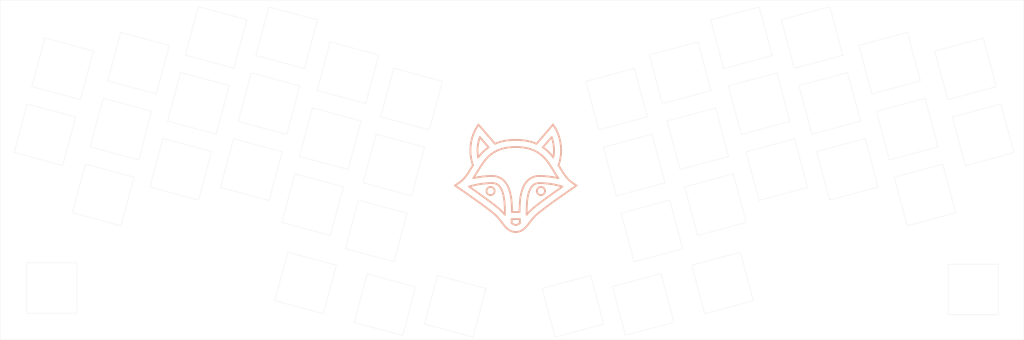
<source format=kicad_pcb>
(kicad_pcb (version 20221018) (generator pcbnew)

  (general
    (thickness 1.6)
  )

  (paper "A4")
  (layers
    (0 "F.Cu" signal)
    (31 "B.Cu" signal)
    (32 "B.Adhes" user "B.Adhesive")
    (33 "F.Adhes" user "F.Adhesive")
    (34 "B.Paste" user)
    (35 "F.Paste" user)
    (36 "B.SilkS" user "B.Silkscreen")
    (37 "F.SilkS" user "F.Silkscreen")
    (38 "B.Mask" user)
    (39 "F.Mask" user)
    (40 "Dwgs.User" user "User.Drawings")
    (41 "Cmts.User" user "User.Comments")
    (42 "Eco1.User" user "User.Eco1")
    (43 "Eco2.User" user "User.Eco2")
    (44 "Edge.Cuts" user)
    (45 "Margin" user)
    (46 "B.CrtYd" user "B.Courtyard")
    (47 "F.CrtYd" user "F.Courtyard")
    (48 "B.Fab" user)
    (49 "F.Fab" user)
  )

  (setup
    (stackup
      (layer "F.SilkS" (type "Top Silk Screen"))
      (layer "F.Paste" (type "Top Solder Paste"))
      (layer "F.Mask" (type "Top Solder Mask") (thickness 0.01))
      (layer "F.Cu" (type "copper") (thickness 0.035))
      (layer "dielectric 1" (type "core") (thickness 1.51) (material "FR4") (epsilon_r 4.5) (loss_tangent 0.02))
      (layer "B.Cu" (type "copper") (thickness 0.035))
      (layer "B.Mask" (type "Bottom Solder Mask") (thickness 0.01))
      (layer "B.Paste" (type "Bottom Solder Paste"))
      (layer "B.SilkS" (type "Bottom Silk Screen"))
      (copper_finish "None")
      (dielectric_constraints no)
    )
    (pad_to_mask_clearance 0)
    (pcbplotparams
      (layerselection 0x00010fc_ffffffff)
      (plot_on_all_layers_selection 0x0000000_00000000)
      (disableapertmacros false)
      (usegerberextensions true)
      (usegerberattributes false)
      (usegerberadvancedattributes false)
      (creategerberjobfile false)
      (dashed_line_dash_ratio 12.000000)
      (dashed_line_gap_ratio 3.000000)
      (svgprecision 6)
      (plotframeref false)
      (viasonmask false)
      (mode 1)
      (useauxorigin false)
      (hpglpennumber 1)
      (hpglpenspeed 20)
      (hpglpendiameter 15.000000)
      (dxfpolygonmode true)
      (dxfimperialunits true)
      (dxfusepcbnewfont true)
      (psnegative false)
      (psa4output false)
      (plotreference true)
      (plotvalue false)
      (plotinvisibletext false)
      (sketchpadsonfab false)
      (subtractmaskfromsilk true)
      (outputformat 1)
      (mirror false)
      (drillshape 0)
      (scaleselection 1)
      (outputdirectory "gerbers/")
    )
  )

  (net 0 "")

  (gr_line (start 135.129354 81.641491) (end 135.129354 81.641491)
    (stroke (width 0.5) (type solid)) (layer "B.SilkS") (tstamp 046b86e4-3f99-4b1b-8afc-2b7655e8b091))
  (gr_curve (pts (xy 130.037779 75.054486) (xy 130.03778 75.68717) (xy 130.544461 76.200076) (xy 131.169205 76.200065))
    (stroke (width 0.5) (type solid)) (layer "B.SilkS") (tstamp 14c9c5e0-cf46-42b2-82a4-1fc9dad67ea0))
  (gr_line (start 155.114922 73.520436) (end 153.881372 72.708561)
    (stroke (width 0.5) (type solid)) (layer "B.SilkS") (tstamp 1d23c79a-356b-440d-9928-a8b6c266b834))
  (gr_curve (pts (xy 144.727975 70.862631) (xy 143.395935 70.862618) (xy 142.276869 71.323535) (xy 141.401961 72.232575))
    (stroke (width 0.5) (type solid)) (layer "B.SilkS") (tstamp 1efab745-4ea2-4503-bd05-3123a3de84ef))
  (gr_curve (pts (xy 145.194569 76.200068) (xy 145.818457 76.200056) (xy 146.325207 75.687171) (xy 146.325194 75.054484))
    (stroke (width 0.5) (type solid)) (layer "B.SilkS") (tstamp 201da9bb-18a8-4628-9f72-99fe7bd0fa03))
  (gr_line (start 122.48159 72.695211) (end 121.248164 73.507147)
    (stroke (width 0.5) (type solid)) (layer "B.SilkS") (tstamp 24c3ed88-b44c-461f-a72a-c41465279cde))
  (gr_curve (pts (xy 150.451905 68.483422) (xy 150.33119 68.285181) (xy 150.209941 68.086356) (xy 150.087437 67.887255))
    (stroke (width 0.5) (type solid)) (layer "B.SilkS") (tstamp 2c888038-917e-41df-b5eb-b211b97604f8))
  (gr_curve (pts (xy 138.181519 60.818378) (xy 135.961794 60.818384) (xy 134.045812 61.173259) (xy 132.390389 61.896169))
    (stroke (width 0.5) (type solid)) (layer "B.SilkS") (tstamp 2ecc83c5-7c71-4e10-83c8-795f7b03e775))
  (gr_curve (pts (xy 142.826151 73.603506) (xy 143.32092 73.089425) (xy 143.942885 72.83959) (xy 144.727846 72.839601))
    (stroke (width 0.5) (type solid)) (layer "B.SilkS") (tstamp 2ed795d4-9928-4760-a0b0-796f1d7302ac))
  (gr_line (start 139.242692 80.889737) (end 137.12041 80.889737)
    (stroke (width 0.5) (type solid)) (layer "B.SilkS") (tstamp 32062560-499b-44dc-9b07-a0809ef2ea64))
  (gr_line (start 131.169194 73.908907) (end 131.169194 73.908907)
    (stroke (width 0.5) (type solid)) (layer "B.SilkS") (tstamp 33b067b5-f5f2-47ca-b6f5-0655e1c3b542))
  (gr_curve (pts (xy 137.059488 83.095832) (xy 137.062403 83.020698) (xy 137.065312 82.944091) (xy 137.068221 82.866578))
    (stroke (width 0.5) (type solid)) (layer "B.SilkS") (tstamp 39ea8622-ff03-464a-b272-99edd2919443))
  (gr_line (start 145.739411 62.873734) (end 148.1714 60.04719)
    (stroke (width 0.5) (type solid)) (layer "B.SilkS") (tstamp 40b56ce4-b09f-4e90-85cf-ab6bc76787eb))
  (gr_line (start 121.248164 73.507147) (end 122.468817 74.338071)
    (stroke (width 0.5) (type solid)) (layer "B.SilkS") (tstamp 48573f01-35ca-4940-a0fb-37a7195d04a8))
  (gr_curve (pts (xy 146.366413 63.337483) (xy 146.162615 63.174829) (xy 145.953522 63.020375) (xy 145.739411 62.873734))
    (stroke (width 0.5) (type solid)) (layer "B.SilkS") (tstamp 4e4e43cd-2fbe-4bd3-97f5-d69c14cf2e78))
  (gr_curve (pts (xy 131.635198 70.862624) (xy 129.63634 70.862621) (xy 127.826195 71.131706) (xy 126.360669 71.460122))
    (stroke (width 0.5) (type solid)) (layer "B.SilkS") (tstamp 4e5c0499-4917-48e7-9f4d-c201cc63ee81))
  (gr_curve (pts (xy 143.972656 61.896164) (xy 142.317226 61.173188) (xy 140.401303 60.818382) (xy 138.181519 60.818378))
    (stroke (width 0.5) (type solid)) (layer "B.SilkS") (tstamp 51f88087-859c-4bc7-a7f1-d8cac8d2db4e))
  (gr_curve (pts (xy 127.799803 61.398815) (xy 127.914367 60.884662) (xy 128.054728 60.429833) (xy 128.192852 60.048583))
    (stroke (width 0.5) (type solid)) (layer "B.SilkS") (tstamp 5205aebd-9933-4ae9-a0ce-7844b2f8a68d))
  (gr_curve (pts (xy 135.129354 81.641491) (xy 134.843075 81.294025) (xy 134.529415 80.937366) (xy 134.176123 80.584072))
    (stroke (width 0.5) (type solid)) (layer "B.SilkS") (tstamp 542c0bc2-7279-4d6b-bfea-489836939f96))
  (gr_curve (pts (xy 150.002515 71.460123) (xy 148.536983 71.131709) (xy 146.726832 70.86263) (xy 144.727975 70.862631))
    (stroke (width 0.5) (type solid)) (layer "B.SilkS") (tstamp 5677ce6f-2f2b-441c-afdd-2baebbd3014e))
  (gr_line (start 128.192852 60.048583) (end 130.623633 62.873856)
    (stroke (width 0.5) (type solid)) (layer "B.SilkS") (tstamp 5cd8fe45-fa49-4729-81c8-b7c257fc3660))
  (gr_curve (pts (xy 127.090646 57.716338) (xy 126.973437 57.908095) (xy 124.317026 62.355542) (xy 126.27553 67.887186))
    (stroke (width 0.5) (type solid)) (layer "B.SilkS") (tstamp 6113579d-31be-4355-a9fe-a8360d0b05d8))
  (gr_curve (pts (xy 146.325194 75.054484) (xy 146.325201 74.421731) (xy 145.818518 73.908912) (xy 145.194574 73.908906))
    (stroke (width 0.5) (type solid)) (layer "B.SilkS") (tstamp 64fe4ef0-94d6-4168-93a5-da4cb1d6b68d))
  (gr_curve (pts (xy 144.727846 72.839601) (xy 147.3758 72.839589) (xy 149.69321 73.368102) (xy 151.183879 73.816961))
    (stroke (width 0.5) (type solid)) (layer "B.SilkS") (tstamp 69dbf79a-0755-4698-b4ab-edc5c3bf8438))
  (gr_curve (pts (xy 125.911051 68.470079) (xy 124.88208 70.159379) (xy 123.91014 71.754949) (xy 122.48159 72.695211))
    (stroke (width 0.5) (type solid)) (layer "B.SilkS") (tstamp 6ccd433d-6c2a-4816-b21d-4a0768a4b1bf))
  (gr_curve (pts (xy 145.133517 64.882843) (xy 146.710241 66.140805) (xy 147.754156 67.854588) (xy 148.763668 69.511865))
    (stroke (width 0.5) (type solid)) (layer "B.SilkS") (tstamp 6e72ccaa-c091-4330-a23e-92e3f7e9d19d))
  (gr_curve (pts (xy 129.996705 63.337556) (xy 129.09646 64.055755) (xy 128.36548 64.866364) (xy 127.725256 65.717076))
    (stroke (width 0.5) (type solid)) (layer "B.SilkS") (tstamp 709590f4-b237-4a3b-993d-ad7f0777012b))
  (gr_line (start 145.194574 73.908906) (end 145.194574 73.908906)
    (stroke (width 0.5) (type solid)) (layer "B.SilkS") (tstamp 7b4ce615-f0d5-4b1f-9b49-d02fdef0cf8b))
  (gr_curve (pts (xy 141.401961 72.232575) (xy 139.492739 74.216081) (xy 139.215906 77.892676) (xy 139.242692 80.889737))
    (stroke (width 0.5) (type solid)) (layer "B.SilkS") (tstamp 7c78ac6e-4741-4718-9f69-92b018410c98))
  (gr_curve (pts (xy 134.96121 72.232574) (xy 134.0863 71.323532) (xy 132.967311 70.862622) (xy 131.635198 70.862624))
    (stroke (width 0.5) (type solid)) (layer "B.SilkS") (tstamp 8b014bea-020e-4c32-8a2e-afb44e577967))
  (gr_curve (pts (xy 148.1714 60.04719) (xy 148.621853 61.29192) (xy 149.094863 63.330004) (xy 148.635139 65.713499))
    (stroke (width 0.5) (type solid)) (layer "B.SilkS") (tstamp 91693c2d-393b-42f7-a860-3895f87b3638))
  (gr_curve (pts (xy 143.584774 81.98207) (xy 145.48389 80.082953) (xy 153.810267 74.40845) (xy 153.894199 74.351353))
    (stroke (width 0.5) (type solid)) (layer "B.SilkS") (tstamp 983c6f9b-ab5a-42af-bd5a-759d76f91388))
  (gr_curve (pts (xy 142.043111 83.809148) (xy 142.505673 83.206301) (xy 142.983908 82.582936) (xy 143.584774 81.98207))
    (stroke (width 0.5) (type solid)) (layer "B.SilkS") (tstamp 9a4a71ed-bbe3-46ad-af06-4ef58134b0e7))
  (gr_curve (pts (xy 138.181529 84.481653) (xy 137.752897 84.481662) (xy 137.402719 84.303859) (xy 137.029855 83.956599))
    (stroke (width 0.5) (type solid)) (layer "B.SilkS") (tstamp 9a9a7510-b2a5-43df-8d9d-d3aaa288fb46))
  (gr_line (start 149.27233 57.716407) (end 148.564503 56.55918)
    (stroke (width 0.5) (type solid)) (layer "B.SilkS") (tstamp a1511268-85a7-4e3f-80bb-303e6d2919e8))
  (gr_curve (pts (xy 134.319927 83.809162) (xy 135.3653 85.171623) (xy 136.352716 86.458625) (xy 138.181523 86.458617))
    (stroke (width 0.5) (type solid)) (layer "B.SilkS") (tstamp a4e658ae-75b3-4b98-a317-251aa26f5622))
  (gr_curve (pts (xy 126.360669 71.460122) (xy 126.79835 70.825981) (xy 127.201639 70.165117) (xy 127.599505 69.511862))
    (stroke (width 0.5) (type solid)) (layer "B.SilkS") (tstamp a9881c4d-1698-40b0-8ef8-bcb44452f73f))
  (gr_curve (pts (xy 137.029855 83.956599) (xy 137.036199 83.706231) (xy 137.047259 83.415512) (xy 137.059488 83.095832))
    (stroke (width 0.5) (type solid)) (layer "B.SilkS") (tstamp a9a939f5-10d0-414e-b2e4-40fdea93f675))
  (gr_curve (pts (xy 148.763668 69.511865) (xy 149.161525 70.165061) (xy 149.564825 70.825979) (xy 150.002515 71.460123))
    (stroke (width 0.5) (type solid)) (layer "B.SilkS") (tstamp abc99c1d-371a-46da-9c0e-ac8fa4c77b83))
  (gr_line (start 127.798477 56.559118) (end 127.090646 57.716338)
    (stroke (width 0.5) (type solid)) (layer "B.SilkS") (tstamp ac188c43-fe12-43bf-8778-a1bfebbc5306))
  (gr_curve (pts (xy 138.181588 62.79522) (xy 141.098746 62.79521) (xy 143.372711 63.478038) (xy 145.133517 64.882843))
    (stroke (width 0.5) (type solid)) (layer "B.SilkS") (tstamp ad2404c6-4ebc-4c59-b4a0-c769f8c853bf))
  (gr_curve (pts (xy 144.06314 75.054483) (xy 144.063138 75.687174) (xy 144.56982 76.200065) (xy 145.194569 76.200068))
    (stroke (width 0.5) (type solid)) (layer "B.SilkS") (tstamp ade271db-05bf-4376-8f80-56d1f37eb279))
  (gr_curve (pts (xy 151.183879 73.816961) (xy 148.607503 75.604752) (xy 143.693324 79.077676) (xy 142.186917 80.584148))
    (stroke (width 0.5) (type solid)) (layer "B.SilkS") (tstamp ae6b057a-8520-4469-8c04-e1544917a44f))
  (gr_line (start 137.068221 82.866578) (end 139.29489 82.866579)
    (stroke (width 0.5) (type solid)) (layer "B.SilkS") (tstamp b0cead16-6461-4e3e-9ca3-2e43f46ff1b9))
  (gr_curve (pts (xy 130.623633 62.873856) (xy 130.409527 63.020517) (xy 130.200503 63.174964) (xy 129.996705 63.337556))
    (stroke (width 0.5) (type solid)) (layer "B.SilkS") (tstamp b134eb71-28da-4fab-b4ff-66250b349fbc))
  (gr_curve (pts (xy 132.299829 75.054483) (xy 132.299764 74.421739) (xy 131.793092 73.908902) (xy 131.169194 73.908907))
    (stroke (width 0.5) (type solid)) (layer "B.SilkS") (tstamp b1c9b65b-80b5-4113-9a9c-1b6fb2c1c939))
  (gr_curve (pts (xy 127.599505 69.511862) (xy 128.609033 67.854507) (xy 129.652948 66.14081) (xy 131.229658 64.882845))
    (stroke (width 0.5) (type solid)) (layer "B.SilkS") (tstamp b413ae81-6cdf-4dbb-8fe0-87b77f1bd3d0))
  (gr_curve (pts (xy 141.233626 81.641555) (xy 141.16966 78.938834) (xy 141.278802 75.211118) (xy 142.826151 73.603506))
    (stroke (width 0.5) (type solid)) (layer "B.SilkS") (tstamp b8c3b962-07e0-448f-b262-3034538a3e93))
  (gr_curve (pts (xy 125.17686 73.815371) (xy 126.663291 73.366908) (xy 128.976407 72.83953) (xy 131.635143 72.839531))
    (stroke (width 0.5) (type solid)) (layer "B.SilkS") (tstamp b9fd7874-550d-4b45-bf4e-6567fdb916af))
  (gr_curve (pts (xy 126.27553 67.887186) (xy 126.153032 68.086291) (xy 126.031789 68.28519) (xy 125.911073 68.483359))
    (stroke (width 0.5) (type solid)) (layer "B.SilkS") (tstamp babea015-3fe7-46cd-aaa7-3404de6c3a7a))
  (gr_line (start 132.390389 61.896169) (end 127.798477 56.559118)
    (stroke (width 0.5) (type solid)) (layer "B.SilkS") (tstamp bb1b4a6e-45f2-4e66-ba32-3ff316a3479b))
  (gr_line (start 142.186917 80.584148) (end 142.186917 80.584148)
    (stroke (width 0.5) (type solid)) (layer "B.SilkS") (tstamp bbbe638a-e56f-4270-af80-e1e96cce71e8))
  (gr_curve (pts (xy 139.29489 82.866579) (xy 139.297802 82.944097) (xy 139.300776 83.020695) (xy 139.303619 83.095829))
    (stroke (width 0.5) (type solid)) (layer "B.SilkS") (tstamp bc437823-b055-4b4d-9e9b-36084255baed))
  (gr_curve (pts (xy 139.303619 83.095829) (xy 139.31579 83.415522) (xy 139.326908 83.706226) (xy 139.333256 83.956591))
    (stroke (width 0.5) (type solid)) (layer "B.SilkS") (tstamp bd8d17e3-5a83-48cc-a429-9d772893f3a8))
  (gr_curve (pts (xy 139.333256 83.956591) (xy 138.960327 84.303784) (xy 138.610142 84.481664) (xy 138.181529 84.481653))
    (stroke (width 0.5) (type solid)) (layer "B.SilkS") (tstamp c2edc526-248a-4311-bf42-385de82f20d7))
  (gr_line (start 127.799803 61.398815) (end 127.799803 61.398815)
    (stroke (width 0.5) (type solid)) (layer "B.SilkS") (tstamp c4250139-e044-4f1e-ada6-325e27678faf))
  (gr_curve (pts (xy 131.169205 76.200065) (xy 131.793088 76.200065) (xy 132.299832 75.687169) (xy 132.299829 75.054483))
    (stroke (width 0.5) (type solid)) (layer "B.SilkS") (tstamp c657675e-8deb-40bb-80e5-5beec789b8d6))
  (gr_curve (pts (xy 150.087437 67.887255) (xy 152.045949 62.355479) (xy 149.38967 57.908172) (xy 149.27233 57.716407))
    (stroke (width 0.5) (type solid)) (layer "B.SilkS") (tstamp c7dc6ce5-fc1b-4b59-ba74-47bc7bca464b))
  (gr_curve (pts (xy 131.169194 73.908907) (xy 130.544589 73.908907) (xy 130.037786 74.421734) (xy 130.037779 75.054486))
    (stroke (width 0.5) (type solid)) (layer "B.SilkS") (tstamp cc28128d-dda5-4a0d-848a-18ff95d24656))
  (gr_curve (pts (xy 127.725256 65.717076) (xy 127.450031 64.30473) (xy 127.474301 62.859044) (xy 127.799803 61.398815))
    (stroke (width 0.5) (type solid)) (layer "B.SilkS") (tstamp ccda9c76-c57b-44a6-8d1b-073f6f0dc746))
  (gr_curve (pts (xy 122.468817 74.338071) (xy 122.552689 74.395227) (xy 130.879067 80.069681) (xy 132.778242 81.968799))
    (stroke (width 0.5) (type solid)) (layer "B.SilkS") (tstamp d337bedd-aa0b-4401-9bda-d7ac17531682))
  (gr_curve (pts (xy 153.881372 72.708561) (xy 152.452752 71.768303) (xy 151.480937 70.172661) (xy 150.451905 68.483422))
    (stroke (width 0.5) (type solid)) (layer "B.SilkS") (tstamp d5ca9d6f-41c3-4170-9464-97fcc7d1575c))
  (gr_line (start 139.242692 80.889737) (end 139.242692 80.889737)
    (stroke (width 0.5) (type solid)) (layer "B.SilkS") (tstamp dfec3e8d-8c25-49f6-a37d-8d2d914dbfd2))
  (gr_line (start 153.894199 74.351353) (end 155.114922 73.520436)
    (stroke (width 0.5) (type solid)) (layer "B.SilkS") (tstamp e13e1f10-5db0-4724-9b61-b42e7e4e1d4a))
  (gr_curve (pts (xy 145.194574 73.908906) (xy 144.56995 73.908905) (xy 144.063149 74.421738) (xy 144.06314 75.054483))
    (stroke (width 0.5) (type solid)) (layer "B.SilkS") (tstamp e2546db5-a1db-4f9e-8034-a00a080f8427))
  (gr_curve (pts (xy 131.229658 64.882845) (xy 132.990469 63.478105) (xy 135.264427 62.795212) (xy 138.181588 62.79522))
    (stroke (width 0.5) (type solid)) (layer "B.SilkS") (tstamp ea6e2566-2683-41e4-8014-dff521dc4537))
  (gr_curve (pts (xy 132.778268 81.982078) (xy 133.379074 82.582938) (xy 133.857304 83.206304) (xy 134.319927 83.809162))
    (stroke (width 0.5) (type solid)) (layer "B.SilkS") (tstamp ed281390-78e7-4141-803e-8c3c15908eac))
  (gr_line (start 148.1714 60.04719) (end 148.1714 60.04719)
    (stroke (width 0.5) (type solid)) (layer "B.SilkS") (tstamp edf14a6b-0d70-4db0-9e28-784d655ee5be))
  (gr_curve (pts (xy 133.536826 73.603444) (xy 135.084174 75.211123) (xy 135.193311 78.938764) (xy 135.129354 81.641491))
    (stroke (width 0.5) (type solid)) (layer "B.SilkS") (tstamp ee52ed9a-fe21-45b1-a428-83501c475943))
  (gr_curve (pts (xy 134.176123 80.584072) (xy 132.669259 79.077205) (xy 127.752642 75.602702) (xy 125.17686 73.815371))
    (stroke (width 0.5) (type solid)) (layer "B.SilkS") (tstamp f0786ee3-a048-405f-8056-d584552fedf1))
  (gr_curve (pts (xy 131.635143 72.839531) (xy 132.42002 72.839528) (xy 133.04206 73.089426) (xy 133.536826 73.603444))
    (stroke (width 0.5) (type solid)) (layer "B.SilkS") (tstamp f0eaad98-d205-41c4-a0e6-ff5881df4ae0))
  (gr_line (start 153.881372 72.708561) (end 153.881372 72.708561)
    (stroke (width 0.5) (type solid)) (layer "B.SilkS") (tstamp f0ff863e-3f41-4098-870d-552a521f55f2))
  (gr_curve (pts (xy 148.635139 65.713499) (xy 147.99558 64.864057) (xy 147.265391 64.05477) (xy 146.366413 63.337483))
    (stroke (width 0.5) (type solid)) (layer "B.SilkS") (tstamp f33292b6-e256-451d-9bfa-7d07ba9e670f))
  (gr_curve (pts (xy 137.12041 80.889737) (xy 137.147202 77.892736) (xy 136.870319 74.216155) (xy 134.96121 72.232574))
    (stroke (width 0.5) (type solid)) (layer "B.SilkS") (tstamp f6e556b2-bac9-4e15-9a71-952ab3e508d1))
  (gr_curve (pts (xy 138.181523 86.458617) (xy 140.010324 86.458624) (xy 140.997745 85.171629) (xy 142.043111 83.809148))
    (stroke (width 0.5) (type solid)) (layer "B.SilkS") (tstamp f9a350f0-b8ca-4c85-b0c4-eb0366ea7894))
  (gr_line (start 138.181529 84.481653) (end 138.181529 84.481653)
    (stroke (width 0.5) (type solid)) (layer "B.SilkS") (tstamp fe601422-18d3-4f37-bb00-5caa5362248b))
  (gr_curve (pts (xy 142.186917 80.584148) (xy 141.833632 80.937433) (xy 141.520033 81.294086) (xy 141.233626 81.641555))
    (stroke (width 0.5) (type solid)) (layer "B.SilkS") (tstamp ff11fd62-fa45-44b4-8ae9-a5104aab9f02))
  (gr_line (start 148.564503 56.55918) (end 143.972656 61.896164)
    (stroke (width 0.5) (type solid)) (layer "B.SilkS") (tstamp ffe1efc0-4e7c-48ce-a91f-49b6fd31997b))
  (gr_curve (pts (xy 153.899775 72.723342) (xy 152.471153 71.783076) (xy 151.499344 70.187447) (xy 150.470315 68.498217))
    (stroke (width 0.5) (type solid)) (layer "F.SilkS") (tstamp 0b9dfbfe-1e19-4396-b6a1-78bceb1cec64))
  (gr_line (start 142.205334 80.598925) (end 142.205334 80.598925)
    (stroke (width 0.5) (type solid)) (layer "F.SilkS") (tstamp 10466cba-b45a-4266-a3b7-e58a54c85068))
  (gr_curve (pts (xy 127.818204 61.413598) (xy 127.932779 60.899456) (xy 128.073137 60.444624) (xy 128.211257 60.063357))
    (stroke (width 0.5) (type solid)) (layer "F.SilkS") (tstamp 1f3221c1-4baa-402d-95dc-dc90b854dc09))
  (gr_curve (pts (xy 144.081557 75.069273) (xy 144.081556 75.701958) (xy 144.588227 76.214858) (xy 145.212975 76.214851))
    (stroke (width 0.5) (type solid)) (layer "F.SilkS") (tstamp 223b1bf5-aeb0-4409-ae26-7a05947090b1))
  (gr_curve (pts (xy 135.147757 81.656278) (xy 134.861482 81.308804) (xy 134.547821 80.952154) (xy 134.194537 80.598863))
    (stroke (width 0.5) (type solid)) (layer "F.SilkS") (tstamp 2426613c-f5b0-487c-bae4-46c5fd13b9af))
  (gr_curve (pts (xy 122.487233 74.35286) (xy 122.571108 74.410002) (xy 130.897478 80.084468) (xy 132.796652 81.983579))
    (stroke (width 0.5) (type solid)) (layer "F.SilkS") (tstamp 25b9b6d4-722b-4fc2-8315-c355f287841f))
  (gr_line (start 122.499997 72.71) (end 121.266569 73.521936)
    (stroke (width 0.5) (type solid)) (layer "F.SilkS") (tstamp 27994758-1755-48e3-ada0-9f89b9661f59))
  (gr_curve (pts (xy 142.205334 80.598925) (xy 141.852042 80.952211) (xy 141.538444 81.308868) (xy 141.252034 81.656338))
    (stroke (width 0.5) (type solid)) (layer "F.SilkS") (tstamp 2b105527-e599-4635-9472-cb4bb39953cd))
  (gr_curve (pts (xy 142.061526 83.823938) (xy 142.524092 83.221094) (xy 143.002321 82.597721) (xy 143.603184 81.996857))
    (stroke (width 0.5) (type solid)) (layer "F.SilkS") (tstamp 2ba2b3eb-224f-4796-afc6-e3fdf39ecfbd))
  (gr_curve (pts (xy 137.077894 83.110618) (xy 137.08081 83.035476) (xy 137.083719 82.958891) (xy 137.086632 82.881354))
    (stroke (width 0.5) (type solid)) (layer "F.SilkS") (tstamp 2bd8e8f1-1a24-4dbc-9d3e-02ec45243012))
  (gr_curve (pts (xy 139.322032 83.110613) (xy 139.3342 83.430296) (xy 139.345318 83.72101) (xy 139.35167 83.971376))
    (stroke (width 0.5) (type solid)) (layer "F.SilkS") (tstamp 3170b254-6a0f-4ab8-a131-bd04b3acda0a))
  (gr_curve (pts (xy 132.318243 75.069271) (xy 132.31818 74.436515) (xy 131.811503 73.923684) (xy 131.18761 73.923695))
    (stroke (width 0.5) (type solid)) (layer "F.SilkS") (tstamp 3230db71-e343-4ca7-bfe8-9565703f0c4c))
  (gr_curve (pts (xy 138.199936 84.496448) (xy 137.771311 84.496438) (xy 137.421138 84.318644) (xy 137.048268 83.971376))
    (stroke (width 0.5) (type solid)) (layer "F.SilkS") (tstamp 35de7c74-c0fd-402f-89c6-21e104d392aa))
  (gr_curve (pts (xy 150.105851 67.902033) (xy 152.064363 62.370263) (xy 149.408088 57.922959) (xy 149.290738 57.731184))
    (stroke (width 0.5) (type solid)) (layer "F.SilkS") (tstamp 375c7386-b2fa-41e4-9578-da51d4d7b33c))
  (gr_curve (pts (xy 145.212979 73.923692) (xy 144.588364 73.923691) (xy 144.081552 74.436519) (xy 144.081557 75.069273))
    (stroke (width 0.5) (type solid)) (layer "F.SilkS") (tstamp 3b5c237f-d7d6-49ed-b03e-6a11bbbe8b45))
  (gr_curve (pts (xy 137.048268 83.971376) (xy 137.054614 83.721014) (xy 137.065666 83.430301) (xy 137.077894 83.110618))
    (stroke (width 0.5) (type solid)) (layer "F.SilkS") (tstamp 3eade326-98e9-4f73-9969-c3de1dd20284))
  (gr_line (start 155.133331 73.535218) (end 153.899775 72.723342)
    (stroke (width 0.5) (type solid)) (layer "F.SilkS") (tstamp 43d6a7dc-ede7-42a0-80b8-3bc25a5c4a75))
  (gr_curve (pts (xy 130.015115 63.352336) (xy 129.114862 64.070537) (xy 128.383887 64.881157) (xy 127.743667 65.731859))
    (stroke (width 0.5) (type solid)) (layer "F.SilkS") (tstamp 47033c75-f09c-4ea5-aeb3-c219d9891cc7))
  (gr_curve (pts (xy 134.338341 83.823934) (xy 135.383707 85.186415) (xy 136.371132 86.473417) (xy 138.199942 86.473406))
    (stroke (width 0.5) (type solid)) (layer "F.SilkS") (tstamp 4a075904-512b-4037-94e6-7684d38257fa))
  (gr_line (start 131.18761 73.923695) (end 131.18761 73.923695)
    (stroke (width 0.5) (type solid)) (layer "F.SilkS") (tstamp 50cff528-e450-4316-9cb8-2214e4d20985))
  (gr_curve (pts (xy 132.796683 81.996858) (xy 133.397483 82.597729) (xy 133.875712 83.221084) (xy 134.338341 83.823934))
    (stroke (width 0.5) (type solid)) (layer "F.SilkS") (tstamp 551a9c77-351f-46d5-a216-b0289f2b7181))
  (gr_curve (pts (xy 148.189812 60.061983) (xy 148.64026 61.306703) (xy 149.113274 63.344793) (xy 148.653551 65.728295))
    (stroke (width 0.5) (type solid)) (layer "F.SilkS") (tstamp 570e06c8-e282-47ad-a16f-1c101653bcd2))
  (gr_curve (pts (xy 126.379082 71.474902) (xy 126.816759 70.840763) (xy 127.220055 70.179913) (xy 127.617924 69.526648))
    (stroke (width 0.5) (type solid)) (layer "F.SilkS") (tstamp 57eb24f7-992c-4ddb-bb00-54c32ff100ad))
  (gr_line (start 145.757818 62.888519) (end 148.189812 60.061983)
    (stroke (width 0.5) (type solid)) (layer "F.SilkS") (tstamp 5914939e-95f1-4848-b987-27742538e48f))
  (gr_curve (pts (xy 138.199942 86.473406) (xy 140.02873 86.473405) (xy 141.016159 85.18641) (xy 142.061526 83.823938))
    (stroke (width 0.5) (type solid)) (layer "F.SilkS") (tstamp 59f2b60e-2b27-46d5-ad73-640286523b3d))
  (gr_line (start 145.212979 73.923692) (end 145.212979 73.923692)
    (stroke (width 0.5) (type solid)) (layer "F.SilkS") (tstamp 5d65aa66-ef4c-4c39-9d61-47de6dffabb0))
  (gr_curve (pts (xy 148.782076 69.526649) (xy 149.179937 70.179842) (xy 149.583227 70.840767) (xy 150.020923 71.474903))
    (stroke (width 0.5) (type solid)) (layer "F.SilkS") (tstamp 608b1311-8621-40a7-be19-36f27fed020a))
  (gr_curve (pts (xy 130.642037 62.888654) (xy 130.427931 63.035293) (xy 130.218918 63.189741) (xy 130.015115 63.352336))
    (stroke (width 0.5) (type solid)) (layer "F.SilkS") (tstamp 62009989-8103-49af-b226-a7bac174e878))
  (gr_curve (pts (xy 130.056192 75.069265) (xy 130.056189 75.701948) (xy 130.562862 76.21485) (xy 131.187616 76.214846))
    (stroke (width 0.5) (type solid)) (layer "F.SilkS") (tstamp 62b3c9b2-7111-4fb4-8944-c22c00c06d9d))
  (gr_curve (pts (xy 138.199928 60.83317) (xy 135.980217 60.833162) (xy 134.06423 61.18804) (xy 132.408798 61.910941))
    (stroke (width 0.5) (type solid)) (layer "F.SilkS") (tstamp 63d2de20-f243-448e-8f9b-9238fd5af361))
  (gr_line (start 128.211257 60.063357) (end 130.642037 62.888654)
    (stroke (width 0.5) (type solid)) (layer "F.SilkS") (tstamp 63d57e58-1d9b-44cb-8e5e-34d48fa96f84))
  (gr_curve (pts (xy 131.653547 72.854315) (xy 132.438427 72.854313) (xy 133.060468 73.104208) (xy 133.555238 73.618229))
    (stroke (width 0.5) (type solid)) (layer "F.SilkS") (tstamp 6a31060f-6af7-4ff7-881b-4bd0403498b4))
  (gr_line (start 132.408798 61.910941) (end 127.816891 56.57391)
    (stroke (width 0.5) (type solid)) (layer "F.SilkS") (tstamp 6ae5519f-a82c-423d-89f5-15a3d808e9b8))
  (gr_line (start 148.582913 56.573974) (end 143.991073 61.910943)
    (stroke (width 0.5) (type solid)) (layer "F.SilkS") (tstamp 6d16bcfc-df0c-4f97-ab20-04b67f6e6cdf))
  (gr_curve (pts (xy 133.555238 73.618229) (xy 135.102588 75.225906) (xy 135.211727 78.953553) (xy 135.147757 81.656278))
    (stroke (width 0.5) (type solid)) (layer "F.SilkS") (tstamp 6d34db10-7ee4-4cde-a4af-6e0f89095ed8))
  (gr_line (start 139.261109 80.904526) (end 139.261109 80.904526)
    (stroke (width 0.5) (type solid)) (layer "F.SilkS") (tstamp 764b9621-9f48-4ed9-9326-45a78f80bc3d))
  (gr_curve (pts (xy 150.020923 71.474903) (xy 148.555394 71.146499) (xy 146.745247 70.877409) (xy 144.746386 70.877409))
    (stroke (width 0.5) (type solid)) (layer "F.SilkS") (tstamp 7c21332b-0697-4b14-87b6-35bc88568ecb))
  (gr_curve (pts (xy 148.653551 65.728295) (xy 148.013992 64.878842) (xy 147.283804 64.06955) (xy 146.384824 63.352264))
    (stroke (width 0.5) (type solid)) (layer "F.SilkS") (tstamp 7d590ff0-32de-4f01-bf4c-caa51c97e2a2))
  (gr_curve (pts (xy 131.187616 76.214846) (xy 131.811503 76.214855) (xy 132.318243 75.701958) (xy 132.318243 75.069271))
    (stroke (width 0.5) (type solid)) (layer "F.SilkS") (tstamp 81fa679c-a92a-4d03-8dba-7b7ddbe3b862))
  (gr_curve (pts (xy 127.109059 57.731126) (xy 126.991849 57.922883) (xy 124.335438 62.370328) (xy 126.293951 67.901974))
    (stroke (width 0.5) (type solid)) (layer "F.SilkS") (tstamp 87bf82be-e16c-461b-9bae-ecedbbb19a0f))
  (gr_line (start 148.189812 60.061983) (end 148.189812 60.061983)
    (stroke (width 0.5) (type solid)) (layer "F.SilkS") (tstamp 8f5f6b78-7379-40ed-b159-1ace68a64faf))
  (gr_curve (pts (xy 134.979626 72.247355) (xy 134.104721 71.338321) (xy 132.985721 70.877406) (xy 131.653617 70.877418))
    (stroke (width 0.5) (type solid)) (layer "F.SilkS") (tstamp 92259475-6959-4be9-99fb-5b87a080c7dc))
  (gr_curve (pts (xy 139.313292 82.881363) (xy 139.316206 82.95888) (xy 139.319195 83.035481) (xy 139.322032 83.110613))
    (stroke (width 0.5) (type solid)) (layer "F.SilkS") (tstamp 96e9151c-3ffb-4971-98de-85cb948ccc16))
  (gr_curve (pts (xy 145.151928 64.89764) (xy 146.728643 66.155591) (xy 147.772548 67.869369) (xy 148.782076 69.526649))
    (stroke (width 0.5) (type solid)) (layer "F.SilkS") (tstamp 9a1d0aac-d424-44a1-ad3f-6accfbc230c0))
  (gr_line (start 149.290738 57.731184) (end 148.582913 56.573974)
    (stroke (width 0.5) (type solid)) (layer "F.SilkS") (tstamp 9b52db44-d7de-4fdd-bf98-b91b7e70bfef))
  (gr_curve (pts (xy 127.743667 65.731859) (xy 127.468439 64.319515) (xy 127.492712 62.873831) (xy 127.818204 61.413598))
    (stroke (width 0.5) (type solid)) (layer "F.SilkS") (tstamp 9e476baf-fafa-4406-b556-1eac836b4e2d))
  (gr_curve (pts (xy 131.653617 70.877418) (xy 129.654754 70.877411) (xy 127.8446 71.146499) (xy 126.379082 71.474902))
    (stroke (width 0.5) (type solid)) (layer "F.SilkS") (tstamp a225e9fd-6545-4110-8e72-7e9c999e5896))
  (gr_curve (pts (xy 146.384824 63.352264) (xy 146.18102 63.189612) (xy 145.97194 63.035156) (xy 145.757818 62.888519))
    (stroke (width 0.5) (type solid)) (layer "F.SilkS") (tstamp a26d4cd6-ebcd-4f23-9ce5-fec244b6e24b))
  (gr_line (start 127.816891 56.57391) (end 127.109059 57.731126)
    (stroke (width 0.5) (type solid)) (layer "F.SilkS") (tstamp a5de6c3b-15c4-42d6-884e-57cc5dc4ca9a))
  (gr_line (start 127.818204 61.413598) (end 127.818204 61.413598)
    (stroke (width 0.5) (type solid)) (layer "F.SilkS") (tstamp a9dc0c59-b820-453f-94ad-ca6fe558a198))
  (gr_line (start 139.261109 80.904526) (end 137.138823 80.904528)
    (stroke (width 0.5) (type solid)) (layer "F.SilkS") (tstamp b0c11d91-d002-4a21-899c-859908403f31))
  (gr_line (start 135.147757 81.656278) (end 135.147757 81.656278)
    (stroke (width 0.5) (type solid)) (layer "F.SilkS") (tstamp b1d333e1-f345-456c-9fe2-f6d98686abb9))
  (gr_curve (pts (xy 134.194537 80.598863) (xy 132.687669 79.092001) (xy 127.771043 75.617492) (xy 125.195264 73.830164))
    (stroke (width 0.5) (type solid)) (layer "F.SilkS") (tstamp b282f0ec-ccbe-4072-9792-7cf3291c0003))
  (gr_curve (pts (xy 127.617924 69.526648) (xy 128.627442 67.869291) (xy 129.671357 66.155586) (xy 131.248069 64.897633))
    (stroke (width 0.5) (type solid)) (layer "F.SilkS") (tstamp b53297b9-b708-4ab8-87e2-5856dafbf067))
  (gr_curve (pts (xy 139.35167 83.971376) (xy 138.978734 84.31858) (xy 138.628554 84.496435) (xy 138.199936 84.496448))
    (stroke (width 0.5) (type solid)) (layer "F.SilkS") (tstamp ba12b919-266b-49e0-8c9a-cd852982ad76))
  (gr_line (start 137.086632 82.881354) (end 139.313292 82.881363)
    (stroke (width 0.5) (type solid)) (layer "F.SilkS") (tstamp bc105e97-925d-4c41-8792-2ef6ad133432))
  (gr_curve (pts (xy 125.929464 68.484866) (xy 124.9005 70.174166) (xy 123.928551 71.769728) (xy 122.499997 72.71))
    (stroke (width 0.5) (type solid)) (layer "F.SilkS") (tstamp bd8e008e-dca2-4859-870a-2092654287c0))
  (gr_curve (pts (xy 131.18761 73.923695) (xy 130.562999 73.923697) (xy 130.056199 74.436524) (xy 130.056192 75.069265))
    (stroke (width 0.5) (type solid)) (layer "F.SilkS") (tstamp c424557c-de60-43fc-9d3b-22dc03bfab6a))
  (gr_line (start 153.899775 72.723342) (end 153.899775 72.723342)
    (stroke (width 0.5) (type solid)) (layer "F.SilkS") (tstamp c72c22c7-03ff-4aff-8914-f4bb4f8b74fb))
  (gr_curve (pts (xy 150.470315 68.498217) (xy 150.349598 68.299976) (xy 150.228353 68.101136) (xy 150.105851 67.902033))
    (stroke (width 0.5) (type solid)) (layer "F.SilkS") (tstamp c74fc314-66d8-4de7-ba0f-a8d825b92c4d))
  (gr_curve (pts (xy 126.293951 67.901974) (xy 126.171442 68.101071) (xy 126.050204 68.299974) (xy 125.929484 68.498149))
    (stroke (width 0.5) (type solid)) (layer "F.SilkS") (tstamp c82be33c-e02b-4b8b-b17d-c492fbe24198))
  (gr_curve (pts (xy 143.991073 61.910943) (xy 142.335631 61.187972) (xy 140.419722 60.833174) (xy 138.199928 60.83317))
    (stroke (width 0.5) (type solid)) (layer "F.SilkS") (tstamp c8cc2583-f9e2-422a-a9d1-626546f60513))
  (gr_curve (pts (xy 145.212975 76.214851) (xy 145.836865 76.214856) (xy 146.343613 75.701953) (xy 146.343605 75.069264))
    (stroke (width 0.5) (type solid)) (layer "F.SilkS") (tstamp c9fd8097-4fd2-4bf4-ae2b-c6dd4fdd0ad6))
  (gr_curve (pts (xy 151.20229 73.831749) (xy 148.625907 75.619532) (xy 143.711726 79.092453) (xy 142.205334 80.598925))
    (stroke (width 0.5) (type solid)) (layer "F.SilkS") (tstamp ce26a67b-8096-4ac9-9430-883e76869ef9))
  (gr_curve (pts (xy 125.195264 73.830164) (xy 126.681689 73.381693) (xy 128.994813 72.854313) (xy 131.653547 72.854315))
    (stroke (width 0.5) (type solid)) (layer "F.SilkS") (tstamp d10ed321-fe4a-4b2e-8c4a-eae42c56c9ad))
  (gr_curve (pts (xy 142.844557 73.61831) (xy 143.339327 73.104213) (xy 143.961305 72.854384) (xy 144.746258 72.854378))
    (stroke (width 0.5) (type solid)) (layer "F.SilkS") (tstamp d54152f9-c36d-467e-9e7d-25b7302beb08))
  (gr_curve (pts (xy 138.2 62.81) (xy 141.117168 62.810001) (xy 143.391126 63.492816) (xy 145.151928 64.89764))
    (stroke (width 0.5) (type solid)) (layer "F.SilkS") (tstamp d5cf0d71-b4ee-4aed-b567-46b19f641f20))
  (gr_curve (pts (xy 143.603184 81.996857) (xy 145.502302 80.097739) (xy 153.828671 74.423225) (xy 153.91261 74.366144))
    (stroke (width 0.5) (type solid)) (layer "F.SilkS") (tstamp d8b207de-03d1-4ee0-b9cb-fbacfbe21441))
  (gr_line (start 138.199936 84.496448) (end 138.199936 84.496448)
    (stroke (width 0.5) (type solid)) (layer "F.SilkS") (tstamp dc6cb566-6bf9-4b64-8af9-7dc0b2417d25))
  (gr_curve (pts (xy 141.420369 72.247357) (xy 139.511141 74.230872) (xy 139.234325 77.907454) (xy 139.261109 80.904526))
    (stroke (width 0.5) (type solid)) (layer "F.SilkS") (tstamp e057ca2f-1b75-420b-8935-3a5f72a1ab12))
  (gr_curve (pts (xy 131.248069 64.897633) (xy 133.008874 63.492893) (xy 135.282834 62.809995) (xy 138.2 62.81))
    (stroke (width 0.5) (type solid)) (layer "F.SilkS") (tstamp e2802236-0b9d-4378-acc3-ff56c139e92e))
  (gr_curve (pts (xy 144.746258 72.854378) (xy 147.394201 72.854387) (xy 149.71162 73.382879) (xy 151.20229 73.831749))
    (stroke (width 0.5) (type solid)) (layer "F.SilkS") (tstamp e452492d-035a-4361-8fab-fa3eca341746))
  (gr_curve (pts (xy 146.343605 75.069264) (xy 146.343605 74.436514) (xy 145.836941 73.92369) (xy 145.212979 73.923692))
    (stroke (width 0.5) (type solid)) (layer "F.SilkS") (tstamp e85479a1-246b-4094-ab2f-e2441217b8b6))
  (gr_curve (pts (xy 141.252034 81.656338) (xy 141.188067 78.953623) (xy 141.297207 75.225909) (xy 142.844557 73.61831))
    (stroke (width 0.5) (type solid)) (layer "F.SilkS") (tstamp ef77e506-7008-4d46-8706-e95f795db707))
  (gr_curve (pts (xy 144.746386 70.877409) (xy 143.414343 70.877411) (xy 142.295291 71.338315) (xy 141.420369 72.247357))
    (stroke (width 0.5) (type solid)) (layer "F.SilkS") (tstamp f61337de-df22-47d1-92dc-eb1819702425))
  (gr_line (start 153.91261 74.366144) (end 155.133331 73.535218)
    (stroke (width 0.5) (type solid)) (layer "F.SilkS") (tstamp f782812e-41f5-4fb0-b703-4162c93716f8))
  (gr_line (start 121.266569 73.521936) (end 122.487233 74.35286)
    (stroke (width 0.5) (type solid)) (layer "F.SilkS") (tstamp fd96f853-b86f-4839-b405-9056fd204602))
  (gr_curve (pts (xy 137.138823 80.904528) (xy 137.16561 77.90752) (xy 136.88873 74.230936) (xy 134.979626 72.247355))
    (stroke (width 0.5) (type solid)) (layer "F.SilkS") (tstamp ff1f874f-92dd-4417-98ba-01533012ca7a))
  (gr_line (start 250.820261 44.400762) (end 247.196781 30.877801)
    (stroke (width 0.05) (type solid)) (layer "Edge.Cuts") (tstamp 008d03ef-d971-462c-bfb3-7aa302eab0fd))
  (gr_line (start 12.08168 67.959647) (end 15.705148 54.436682)
    (stroke (width 0.05) (type solid)) (layer "Edge.Cuts") (tstamp 01e988da-5e38-4b10-bd0b-4c6b0b7ce455))
  (gr_line (start 212.085993 27.34476) (end 215.709473 40.867722)
    (stroke (width 0.05) (type solid)) (layer "Edge.Cuts") (tstamp 02a08a24-751b-4ad4-b6b1-621603af88cc))
  (gr_line (start 200.980332 59.308237) (end 214.503322 55.684769)
    (stroke (width 0.05) (type solid)) (layer "Edge.Cuts") (tstamp 05c22087-f0be-4bf7-8f3e-adf8b92618f3))
  (gr_line (start 188.839432 87.408034) (end 202.362392 83.784566)
    (stroke (width 0.05) (type solid)) (layer "Edge.Cuts") (tstamp 0921480b-e7e1-4782-984d-ad572d0bd06d))
  (gr_line (start 167.510401 81.217435) (end 171.133881 94.740394)
    (stroke (width 0.05) (type solid)) (layer "Edge.Cuts") (tstamp 0f1b8694-bd8f-414b-b289-9db60dcaca68))
  (gr_line (start 205.962269 23.809225) (end 192.43931 27.432692)
    (stroke (width 0.05) (type solid)) (layer "Edge.Cuts") (tstamp 0f48ce51-54c7-452d-ac75-94d6544a8366))
  (gr_arc (start -4.853366 116.504187) (mid -5.206919 116.35774) (end -5.353365 116.004187)
    (stroke (width 0.05) (type solid)) (layer "Edge.Cuts") (tstamp 0f588972-e361-4637-a1b5-1d5e16dc40ca))
  (gr_line (start 276.868051 64.338462) (end 273.244602 50.8155)
    (stroke (width 0.05) (type solid)) (layer "Edge.Cuts") (tstamp 0fb612b6-d118-463f-8273-72d16ac7c8f3))
  (gr_line (start 104.228539 40.886504) (end 100.605075 54.409466)
    (stroke (width 0.05) (type solid)) (layer "Edge.Cuts") (tstamp 11dd635d-8920-41b8-9329-b249747dad94))
  (gr_line (start 239.067562 73.949429) (end 235.444081 60.426468)
    (stroke (width 0.05) (type solid)) (layer "Edge.Cuts") (tstamp 14c81335-0c58-4658-9c8b-2f95a43c42a1))
  (gr_line (start 225.608968 23.721293) (end 212.085993 27.34476)
    (stroke (width 0.05) (type solid)) (layer "Edge.Cuts") (tstamp 1b2afd57-d1a0-4fee-a173-2bd4ec4407d2))
  (gr_line (start 65.841029 37.329901) (end 79.364003 40.953367)
    (stroke (width 0.05) (type solid)) (layer "Edge.Cuts") (tstamp 1ceca03a-f8f2-4010-b86d-48b676d933ec))
  (gr_line (start 247.132417 84.729415) (end 260.655374 81.105946)
    (stroke (width 0.05) (type solid)) (layer "Edge.Cuts") (tstamp 209b39ed-1521-46f3-985b-6f682af8a636))
  (gr_line (start 74.446438 59.305956) (end 78.06991 45.782997)
    (stroke (width 0.05) (type solid)) (layer "Edge.Cuts") (tstamp 223c5d3a-ad3b-4b76-a4e5-ced4f889c015))
  (gr_line (start 198.738912 70.261604) (end 185.215953 73.885068)
    (stroke (width 0.05) (type solid)) (layer "Edge.Cuts") (tstamp 235f67bf-0f50-4ac6-b7c0-564c2d019217))
  (gr_line (start 260.655374 81.105946) (end 257.031925 67.582985)
    (stroke (width 0.05) (type solid)) (layer "Edge.Cuts") (tstamp 23b01e04-7511-4c52-80ed-871675300ee9))
  (gr_line (start 181.03336 77.593971) (end 167.510401 81.217435)
    (stroke (width 0.05) (type solid)) (layer "Edge.Cuts") (tstamp 245c66f7-0773-48d6-80be-4de688085350))
  (gr_line (start 86.587376 87.405744) (end 90.210849 73.88278)
    (stroke (width 0.05) (type solid)) (layer "Edge.Cuts") (tstamp 2623d6cf-f221-488b-8577-990bdece26e9))
  (gr_line (start 116.38842 98.56069) (end 129.911387 102.184163)
    (stroke (width 0.05) (type solid)) (layer "Edge.Cuts") (tstamp 2b1fe2f9-5f6e-4294-8dd7-e4c1886b9022))
  (gr_line (start 90.210849 73.88278) (end 76.687882 70.259312)
    (stroke (width 0.05) (type solid)) (layer "Edge.Cuts") (tstamp 2b9a2d5f-5cc4-4e2a-82f1-2a8a02d7c38c))
  (gr_line (start 126.287922 115.707121) (end 112.764948 112.083657)
    (stroke (width 0.05) (type solid)) (layer "Edge.Cuts") (tstamp 2b9f2be9-94ac-4f24-8583-0445b8833796))
  (gr_line (start 100.045954 37.177602) (end 86.522996 33.554137)
    (stroke (width 0.05) (type solid)) (layer "Edge.Cuts") (tstamp 2bbec90f-8feb-47ec-9815-fa8e648303bb))
  (gr_line (start 16.050004 109.029984) (end 2.050003 109.029985)
    (stroke (width 0.05) (type solid)) (layer "Edge.Cuts") (tstamp 2c9a93e9-8b91-4d1b-83ca-ab30c1015fe7))
  (gr_line (start 187.17509 95.697941) (end 200.698049 92.074477)
    (stroke (width 0.05) (type solid)) (layer "Edge.Cuts") (tstamp 2cd4313e-ce8a-4a88-bbb4-b316831d36bc))
  (gr_line (start -4.853364 21.904183) (end 279.146636 21.904184)
    (stroke (width 0.05) (type solid)) (layer "Edge.Cuts") (tstamp 2fb1f58b-f0f1-4fa3-b355-276caaad729b))
  (gr_line (start 255.737833 62.753351) (end 252.114353 49.230391)
    (stroke (width 0.05) (type solid)) (layer "Edge.Cuts") (tstamp 2ff20828-bd59-4b9f-96ee-57d97ba845ab))
  (gr_line (start 192.527246 47.079379) (end 188.903797 33.556414)
    (stroke (width 0.05) (type solid)) (layer "Edge.Cuts") (tstamp 2ffab9c3-5c7a-4d55-af94-9f9bd8be80ab))
  (gr_line (start 193.82134 51.909009) (end 180.298381 55.532471)
    (stroke (width 0.05) (type solid)) (layer "Edge.Cuts") (tstamp 31a67758-bbb4-4e87-9887-0fd058e08392))
  (gr_line (start 219.420862 74.037362) (end 215.797399 60.514401)
    (stroke (width 0.05) (type solid)) (layer "Edge.Cuts") (tstamp 3321feb0-e25c-48f1-b417-843cc0d0fc5d))
  (gr_line (start 7.099738 32.460625) (end 3.476273 45.983586)
    (stroke (width 0.05) (type solid)) (layer "Edge.Cuts") (tstamp 3502b704-a693-4b5b-b40b-a15d88bfe8c5))
  (gr_line (start 233.673822 34.501268) (end 237.297302 48.024229)
    (stroke (width 0.05) (type solid)) (layer "Edge.Cuts") (tstamp 35301f71-3327-4814-addd-6803f155857b))
  (gr_line (start 263.345093 67.961928) (end 276.868051 64.338462)
    (stroke (width 0.05) (type solid)) (layer "Edge.Cuts") (tstamp 3825ef5a-9c20-4da1-b237-0d7cce88677d))
  (gr_line (start 184.65684 91.116936) (end 181.03336 77.593971)
    (stroke (width 0.05) (type solid)) (layer "Edge.Cuts") (tstamp 389d9729-de06-4c29-ba18-f1238edaa5ea))
  (gr_line (start 95.128404 55.53019) (end 81.605447 51.906726)
    (stroke (width 0.05) (type solid)) (layer "Edge.Cuts") (tstamp 3941e38b-0a75-43ff-adf9-87a54448401a))
  (gr_line (start 171.133881 94.740394) (end 184.65684 91.116936)
    (stroke (width 0.05) (type solid)) (layer "Edge.Cuts") (tstamp 3ae3fbd7-43c3-40f9-ba93-33b016cd17e5))
  (gr_line (start 235.444081 60.426468) (end 221.921121 64.049936)
    (stroke (width 0.05) (type solid)) (layer "Edge.Cuts") (tstamp 3becf58c-a2dc-4ce5-84ad-69a317032a70))
  (gr_line (start 117.751504 44.509971) (end 104.228539 40.886504)
    (stroke (width 0.05) (type solid)) (layer "Edge.Cuts") (tstamp 3ca9ce70-655c-4b2f-bb51-a75d4fcfb275))
  (gr_line (start 73.064418 83.782277) (end 86.587376 87.405744)
    (stroke (width 0.05) (type solid)) (layer "Edge.Cuts") (tstamp 3cd13752-93b7-4392-bcad-a209e5ae2cdd))
  (gr_arc (start 279.146636 21.904184) (mid 279.500188 22.050631) (end 279.646636 22.404183)
    (stroke (width 0.05) (type solid)) (layer "Edge.Cuts") (tstamp 3e2e8bd2-7db2-49a2-967c-95c56fb8b09a))
  (gr_line (start 63.340785 27.34248) (end 49.817818 23.719013)
    (stroke (width 0.05) (type solid)) (layer "Edge.Cuts") (tstamp 3e9918f5-fe20-41be-989a-3532ae9c8232))
  (gr_line (start 54.799752 59.218037) (end 58.423219 45.695073)
    (stroke (width 0.05) (type solid)) (layer "Edge.Cuts") (tstamp 3fce9cf2-f532-47a5-a866-cfa1b81d5b6e))
  (gr_line (start 162.661859 112.085427) (end 149.138901 115.708899)
    (stroke (width 0.05) (type solid)) (layer "Edge.Cuts") (tstamp 41c89c8e-0f97-4797-9a39-8582a63268a5))
  (gr_line (start 197.444804 65.431969) (end 193.82134 51.909009)
    (stroke (width 0.05) (type solid)) (layer "Edge.Cuts") (tstamp 423003da-2228-4a7b-8146-f8c48f6599ae))
  (gr_line (start 268.327029 32.462898) (end 254.804072 36.086363)
    (stroke (width 0.05) (type solid)) (layer "Edge.Cuts") (tstamp 42f5b5b4-dd5c-4778-98da-3fe6b6b36b6c))
  (gr_line (start 204.321512 105.597435) (end 190.798555 109.220908)
    (stroke (width 0.05) (type solid)) (layer "Edge.Cuts") (tstamp 448ff7ec-6a16-4e42-9b2d-0967b95502fd))
  (gr_line (start 110.336383 101.748152) (end 106.71291 115.271117)
    (stroke (width 0.05) (type solid)) (layer "Edge.Cuts") (tstamp 449acd15-9361-48c2-a00c-17e59109a21f))
  (gr_line (start 49.817818 23.719013) (end 46.194351 37.241977)
    (stroke (width 0.05) (type solid)) (layer "Edge.Cuts") (tstamp 45a5dcbc-7ce7-4d05-9003-3b0e7f174e02))
  (gr_arc (start -5.353364 22.404183) (mid -5.206917 22.05063) (end -4.853364 21.904183)
    (stroke (width 0.05) (type solid)) (layer "Edge.Cuts") (tstamp 469cf8e8-0de8-4a3a-94cd-83f09b2b5d96))
  (gr_line (start 243.508953 71.206449) (end 247.132417 84.729415)
    (stroke (width 0.05) (type solid)) (layer "Edge.Cuts") (tstamp 4770ef60-21bb-4d72-93b1-855cef6e8fb9))
  (gr_line (start 36.835394 52.851577) (end 23.312431 49.228109)
    (stroke (width 0.05) (type solid)) (layer "Edge.Cuts") (tstamp 48aef473-6868-4933-97ff-808849fd4047))
  (gr_line (start 230.526524 42.073887) (end 217.003567 45.697356)
    (stroke (width 0.05) (type solid)) (layer "Edge.Cuts") (tstamp 48ffa39d-adda-4d9d-99bf-b54fa3fc4beb))
  (gr_line (start 14.771404 81.103669) (end 28.294365 84.727133)
    (stroke (width 0.05) (type solid)) (layer "Edge.Cuts") (tstamp 4a7114a3-2bb3-4cb4-b743-8cfc00b40467))
  (gr_line (start 161.298737 58.035227) (end 174.82171 54.411759)
    (stroke (width 0.05) (type solid)) (layer "Edge.Cuts") (tstamp 4af2240a-5a5d-48d2-a9b4-a18e1ae31a7e))
  (gr_line (start 36.35923 73.947164) (end 49.882191 77.570623)
    (stroke (width 0.05) (type solid)) (layer "Edge.Cuts") (tstamp 4c14047a-a6b3-4fa7-8d18-c345b7a86919))
  (gr_line (start 209.58575 37.332188) (end 205.962269 23.809225)
    (stroke (width 0.05) (type solid)) (layer "Edge.Cuts") (tstamp 4da90392-9abe-4f25-8e93-b99f82b4cd11))
  (gr_line (start 129.911387 102.184163) (end 126.287922 115.707121)
    (stroke (width 0.05) (type solid)) (layer "Edge.Cuts") (tstamp 5003e034-4792-4507-9398-cd2c311a6b61))
  (gr_line (start 165.090495 101.650242) (end 178.613453 98.02677)
    (stroke (width 0.05) (type solid)) (layer "Edge.Cuts") (tstamp 52396e61-2497-45f0-b170-f0aa7c52a4c3))
  (gr_line (start 259.721644 54.438966) (end 263.345093 67.961928)
    (stroke (width 0.05) (type solid)) (layer "Edge.Cuts") (tstamp 524dfc74-a6ca-4f47-b1c4-8c830a3897c9))
  (gr_line (start 2.182186 50.813216) (end -1.441279 64.336178)
    (stroke (width 0.05) (type solid)) (layer "Edge.Cuts") (tstamp 53e270ac-224a-4586-a55a-ff444842f43e))
  (gr_line (start 171.198246 40.888797) (end 157.675272 44.512261)
    (stroke (width 0.05) (type solid)) (layer "Edge.Cuts") (tstamp 54a3c92d-a091-405f-b445-603c0f2e1fb3))
  (gr_line (start 77.981973 65.429692) (end 91.50494 69.053153)
    (stroke (width 0.05) (type solid)) (layer "Edge.Cuts") (tstamp 54ded1e9-f0ba-4d23-8aa1-228fbd364775))
  (gr_line (start 44.900258 42.071606) (end 41.276793 55.594567)
    (stroke (width 0.05) (type solid)) (layer "Edge.Cuts") (tstamp 5527f1ed-3051-4d26-b710-5ff4d76a7a30))
  (gr_line (start 56.005909 74.03508) (end 69.528873 77.65855)
    (stroke (width 0.05) (type solid)) (layer "Edge.Cuts") (tstamp 55fdbf37-93ec-4489-b99d-2778986cddf5))
  (gr_line (start 197.356883 45.785273) (end 200.980332 59.308237)
    (stroke (width 0.05) (type solid)) (layer "Edge.Cuts") (tstamp 56086fe7-0902-4658-b0a4-79735d2ffe07))
  (gr_line (start 258.540017 109.459984) (end 258.540017 95.459982)
    (stroke (width 0.05) (type solid)) (layer "Edge.Cuts") (tstamp 56185341-c702-4c71-bbfd-6bbdf2cbaaa3))
  (gr_line (start 94.393418 77.591687) (end 90.769954 91.114647)
    (stroke (width 0.05) (type solid)) (layer "Edge.Cuts") (tstamp 572730cf-1936-404a-8d9e-1dba9092e2f5))
  (gr_line (start 46.194351 37.241977) (end 59.717312 40.86544)
    (stroke (width 0.05) (type solid)) (layer "Edge.Cuts") (tstamp 59ddb583-fb32-4cb5-85af-681e583a67b4))
  (gr_line (start 19.688965 62.751069) (end 33.211925 66.374537)
    (stroke (width 0.05) (type solid)) (layer "Edge.Cuts") (tstamp 5c64e8e8-6c2d-483f-aafc-e21e16486282))
  (gr_line (start 2.050004 95.029981) (end 16.050003 95.029981)
    (stroke (width 0.05) (type solid)) (layer "Edge.Cuts") (tstamp 605bab45-5ca9-464d-98f6-894bbcd6dce1))
  (gr_line (start 41.752962 34.498982) (end 28.23 30.875515)
    (stroke (width 0.05) (type solid)) (layer "Edge.Cuts") (tstamp 606267ee-55fc-46e3-baae-a925799f1b42))
  (gr_line (start 109.210491 76.38554) (end 112.833955 62.862576)
    (stroke (width 0.05) (type solid)) (layer "Edge.Cuts") (tstamp 625364ad-dc0f-4ef8-aff4-e331d309e3a6))
  (gr_line (start 229.232432 37.244255) (end 225.608968 23.721293)
    (stroke (width 0.05) (type solid)) (layer "Edge.Cuts") (tstamp 63420c3c-6801-4759-a776-ff81ba2f37e9))
  (gr_line (start 166.21631 76.387811) (end 179.739267 72.764351)
    (stroke (width 0.05) (type solid)) (layer "Edge.Cuts") (tstamp 6615c595-191c-4fe5-b7e9-4a579d552656))
  (gr_line (start 179.739267 72.764351) (end 176.115803 59.241385)
    (stroke (width 0.05) (type solid)) (layer "Edge.Cuts") (tstamp 668b82fe-b542-4bd0-b2a5-5dae0ac43510))
  (gr_line (start 272.540004 109.459985) (end 258.540017 109.459984)
    (stroke (width 0.05) (type solid)) (layer "Edge.Cuts") (tstamp 66a7c890-ac40-4f36-85c1-502128bd5c2d))
  (gr_line (start 157.675272 44.512261) (end 161.298737 58.035227)
    (stroke (width 0.05) (type solid)) (layer "Edge.Cuts") (tstamp 677f84bc-8f99-4d53-ae54-328e7b493deb))
  (gr_line (start 60.92348 55.682492) (end 74.446438 59.305956)
    (stroke (width 0.05) (type solid)) (layer "Edge.Cuts") (tstamp 679b96cb-7bce-406a-852a-a7804aff169b))
  (gr_line (start 114.12804 58.032934) (end 117.751504 44.509971)
    (stroke (width 0.05) (type solid)) (layer "Edge.Cuts") (tstamp 67bedb36-b4bc-46f8-88cb-7faa65478d6a))
  (gr_line (start 202.362392 83.784566) (end 198.738912 70.261604)
    (stroke (width 0.05) (type solid)) (layer "Edge.Cuts") (tstamp 67d3073d-728e-4b1f-baea-18126e875c69))
  (gr_line (start 96.813417 98.124685) (end 110.336383 101.748152)
    (stroke (width 0.05) (type solid)) (layer "Edge.Cuts") (tstamp 691faf73-5aa1-4ed9-9a31-9b56032bfa62))
  (gr_line (start 28.294365 84.727133) (end 31.917835 71.204171)
    (stroke (width 0.05) (type solid)) (layer "Edge.Cuts") (tstamp 6da116a1-5f1e-47d9-b6a8-d86deaea917f))
  (gr_line (start 82.987459 27.430405) (end 69.464502 23.806939)
    (stroke (width 0.05) (type solid)) (layer "Edge.Cuts") (tstamp 6dead470-a003-4d9a-a776-ac69dd42634c))
  (gr_line (start 183.921844 69.055438) (end 197.444804 65.431969)
    (stroke (width 0.05) (type solid)) (layer "Edge.Cuts") (tstamp 6f5f2808-7569-4f25-a31d-4cad79f12aa5))
  (gr_line (start 20.6227 36.084092) (end 7.099738 32.460625)
    (stroke (width 0.05) (type solid)) (layer "Edge.Cuts") (tstamp 7080766e-5700-4a31-bc1e-1d239e4d43bf))
  (gr_line (start 162.592845 62.864854) (end 166.21631 76.387811)
    (stroke (width 0.05) (type solid)) (layer "Edge.Cuts") (tstamp 73772adc-97ef-4c2a-96e3-7debb2e7ad38))
  (gr_line (start 78.06991 45.782997) (end 64.546945 42.159527)
    (stroke (width 0.05) (type solid)) (layer "Edge.Cuts") (tstamp 74902a4c-3d2e-4cd2-be89-cd4d47f9bc99))
  (gr_line (start 247.196781 30.877801) (end 233.673822 34.501268)
    (stroke (width 0.05) (type solid)) (layer "Edge.Cuts") (tstamp 756c320d-1757-4c24-8d25-eea4479fc01c))
  (gr_line (start 59.717312 40.86544) (end 63.340785 27.34248)
    (stroke (width 0.05) (type solid)) (layer "Edge.Cuts") (tstamp 76d384a4-98a7-41cb-9c07-a4294de84d79))
  (gr_line (start 145.515437 102.185933) (end 159.038395 98.562469)
    (stroke (width 0.05) (type solid)) (layer "Edge.Cuts") (tstamp 79df5ddf-0c98-40c8-8d1f-cdc63a7174ea))
  (gr_line (start 279.646636 22.404183) (end 279.646634 116.004177)
    (stroke (width 0.05) (type solid)) (layer "Edge.Cuts") (tstamp 7a8842ff-6462-4715-9204-8ff51c338924))
  (gr_line (start 257.031925 67.582985) (end 243.508953 71.206449)
    (stroke (width 0.05) (type solid)) (layer "Edge.Cuts") (tstamp 7ac680eb-02c3-488d-9052-a4bda05e99dd))
  (gr_line (start 174.82171 54.411759) (end 171.198246 40.888797)
    (stroke (width 0.05) (type solid)) (layer "Edge.Cuts") (tstamp 8460a8f9-202d-446c-a727-76b53e0a37f9))
  (gr_line (start 76.687882 70.259312) (end 73.064418 83.782277)
    (stroke (width 0.05) (type solid)) (layer "Edge.Cuts") (tstamp 879b4a40-2cb4-4a49-8833-1ab82d5905e7))
  (gr_line (start 58.423219 45.695073) (end 44.900258 42.071606)
    (stroke (width 0.05) (type solid)) (layer "Edge.Cuts") (tstamp 899bea46-5445-4b40-86ff-4ed4bb43eb2c))
  (gr_line (start 112.764948 112.083657) (end 116.38842 98.56069)
    (stroke (width 0.05) (type solid)) (layer "Edge.Cuts") (tstamp 89c2d918-efba-4d1b-84c4-45bdd1d2856d))
  (gr_line (start 49.882191 77.570623) (end 53.505656 64.047665)
    (stroke (width 0.05) (type solid)) (layer "Edge.Cuts") (tstamp 89d091f6-7f8b-49e3-8444-c751890b79e1))
  (gr_line (start 214.503322 55.684769) (end 210.879842 42.161809)
    (stroke (width 0.05) (type solid)) (layer "Edge.Cuts") (tstamp 8d0a76cc-088b-43e1-8221-4386c21d6714))
  (gr_arc (start 279.646634 116.004177) (mid 279.500187 116.357731) (end 279.146633 116.504177)
    (stroke (width 0.05) (type solid)) (layer "Edge.Cuts") (tstamp 8d34d049-43bf-4d6d-9613-58ce1238eaa9))
  (gr_line (start 202.274423 64.137864) (end 205.897904 77.66083)
    (stroke (width 0.05) (type solid)) (layer "Edge.Cuts") (tstamp 8fd2453d-9dcb-42d4-be0e-4e17cf094c8a))
  (gr_line (start 179.004289 50.702845) (end 192.527246 47.079379)
    (stroke (width 0.05) (type solid)) (layer "Edge.Cuts") (tstamp 90b329ee-5b84-4045-8310-ebe2c622371c))
  (gr_line (start 33.211925 66.374537) (end 36.835394 52.851577)
    (stroke (width 0.05) (type solid)) (layer "Edge.Cuts") (tstamp 92f759df-e7f5-4cd6-b760-c1a61545e330))
  (gr_line (start -4.853366 116.504187) (end 279.146633 116.504177)
    (stroke (width 0.05) (type solid)) (layer "Edge.Cuts") (tstamp 96eb079e-1047-4698-a201-fdc33d3ad216))
  (gr_line (start 24.606533 44.398478) (end 38.129497 48.021942)
    (stroke (width 0.05) (type solid)) (layer "Edge.Cuts") (tstamp 989f61f2-8a68-4f45-bdc4-13bbaae0f9e8))
  (gr_line (start 90.769954 91.114647) (end 104.29292 94.738111)
    (stroke (width 0.05) (type solid)) (layer "Edge.Cuts") (tstamp 98ee6ad8-aaf7-496e-97d5-aa9df059b815))
  (gr_line (start 18.394871 67.580704) (end 14.771404 81.103669)
    (stroke (width 0.05) (type solid)) (layer "Edge.Cuts") (tstamp 9c5bd5d2-ecdb-4048-b835-b5ee55546689))
  (gr_line (start 217.003567 45.697356) (end 220.62703 59.220317)
    (stroke (width 0.05) (type solid)) (layer "Edge.Cuts") (tstamp 9c6faf73-17a6-4de9-87e9-d629e939d419))
  (gr_line (start 196.062791 40.955652) (end 209.58575 37.332188)
    (stroke (width 0.05) (type solid)) (layer "Edge.Cuts") (tstamp 9ccfc048-c173-4d7a-87df-a5bbf084e037))
  (gr_line (start 215.709473 40.867722) (end 229.232432 37.244255)
    (stroke (width 0.05) (type solid)) (layer "Edge.Cuts") (tstamp 9cf208e8-00e0-47b5-9285-5ce79e785d0c))
  (gr_line (start 180.298381 55.532471) (end 183.921844 69.055438)
    (stroke (width 0.05) (type solid)) (layer "Edge.Cuts") (tstamp 9d204501-9bc1-49d3-901e-dc3cce70c8f8))
  (gr_line (start 205.897904 77.66083) (end 219.420862 74.037362)
    (stroke (width 0.05) (type solid)) (layer "Edge.Cuts") (tstamp 9e10d7da-7e44-4b95-bd4e-24e1819e2ea4))
  (gr_line (start 112.833955 62.862576) (end 99.310998 59.239108)
    (stroke (width 0.05) (type solid)) (layer "Edge.Cuts") (tstamp 9e84aa4b-4573-4f84-8edf-3b9e1afe1424))
  (gr_line (start 252.114353 49.230391) (end 238.591396 52.853857)
    (stroke (width 0.05) (type solid)) (layer "Edge.Cuts") (tstamp 9ef2c0bd-0176-4f0e-b213-c48663ceb734))
  (gr_line (start 271.95051 45.985857) (end 268.327029 32.462898)
    (stroke (width 0.05) (type solid)) (layer "Edge.Cuts") (tstamp a001f9b3-d55c-45e5-82b3-54c3c57f50f4))
  (gr_line (start 84.627918 109.219123) (end 71.10496 105.59565)
    (stroke (width 0.05) (type solid)) (layer "Edge.Cuts") (tstamp a0a28fa4-b96b-4a66-a268-94b1e9e96d9a))
  (gr_line (start 254.804072 36.086363) (end 258.427551 49.609325)
    (stroke (width 0.05) (type solid)) (layer "Edge.Cuts") (tstamp a12176d4-cccd-4936-bd41-2b7cdce20b70))
  (gr_line (start -1.441279 64.336178) (end 12.08168 67.959647)
    (stroke (width 0.05) (type solid)) (layer "Edge.Cuts") (tstamp a2820de7-ac5e-4e6c-b34d-05443eb45397))
  (gr_line (start 220.62703 59.220317) (end 234.149988 55.596856)
    (stroke (width 0.05) (type solid)) (layer "Edge.Cuts") (tstamp aaf5283a-c22d-4b03-a805-070b14b8cb76))
  (gr_line (start 86.522996 33.554137) (end 82.899531 47.077097)
    (stroke (width 0.05) (type solid)) (layer "Edge.Cuts") (tstamp acf4f524-fc76-4512-89b7-475e5825ad70))
  (gr_line (start 149.138901 115.708899) (end 145.515437 102.185933)
    (stroke (width 0.05) (type solid)) (layer "Edge.Cuts") (tstamp aff58ab2-469a-4812-b652-5c3f4c39b206))
  (gr_line (start 81.605447 51.906726) (end 77.981973 65.429692)
    (stroke (width 0.05) (type solid)) (layer "Edge.Cuts") (tstamp b00d80fd-bfac-486b-88f3-26d0a8aeeebb))
  (gr_line (start 16.050003 95.029981) (end 16.050004 109.029984)
    (stroke (width 0.05) (type solid)) (layer "Edge.Cuts") (tstamp b18b7e30-aeea-4c28-aa60-796f96ce13e3))
  (gr_line (start 74.728418 92.072692) (end 88.251391 95.696156)
    (stroke (width 0.05) (type solid)) (layer "Edge.Cuts") (tstamp b2659e03-fc58-4ec6-bb50-904450704b6f))
  (gr_line (start 234.149988 55.596856) (end 230.526524 42.073887)
    (stroke (width 0.05) (type solid)) (layer "Edge.Cuts") (tstamp b49f564c-98fb-412a-addf-30790a07cc53))
  (gr_line (start 258.540017 95.459982) (end 272.540004 95.459981)
    (stroke (width 0.05) (type solid)) (layer "Edge.Cuts") (tstamp b63bd667-f2d9-44ef-91c8-0a8a156c214f))
  (gr_line (start 178.613453 98.02677) (end 182.236917 111.549737)
    (stroke (width 0.05) (type solid)) (layer "Edge.Cuts") (tstamp b7dac85f-7f4a-467c-97a9-e1aea0272b0c))
  (gr_line (start 71.10496 105.59565) (end 74.728418 92.072692)
    (stroke (width 0.05) (type solid)) (layer "Edge.Cuts") (tstamp baf3f486-9645-4072-853a-f8734fc0ca74))
  (gr_line (start 272.540004 95.459981) (end 272.540004 109.459985)
    (stroke (width 0.05) (type solid)) (layer "Edge.Cuts") (tstamp be1ea428-d74e-4125-8596-38f82be06487))
  (gr_line (start 79.364003 40.953367) (end 82.987459 27.430405)
    (stroke (width 0.05) (type solid)) (layer "Edge.Cuts") (tstamp be7fa36e-76d0-45aa-8e70-7b6a33824775))
  (gr_line (start 100.605075 54.409466) (end 114.12804 58.032934)
    (stroke (width 0.05) (type solid)) (layer "Edge.Cuts") (tstamp beb3c8d5-5d21-4d26-a44c-d3f9c4f5aa91))
  (gr_line (start 93.189952 111.647644) (end 96.813417 98.124685)
    (stroke (width 0.05) (type solid)) (layer "Edge.Cuts") (tstamp bf462a90-66cb-442d-b0cd-a4dac643f64b))
  (gr_line (start 107.916392 81.215153) (end 94.393418 77.591687)
    (stroke (width 0.05) (type solid)) (layer "Edge.Cuts") (tstamp c28bdfe9-0b98-47ff-a1f0-83c04c9b112d))
  (gr_line (start 182.236917 111.549737) (end 168.713959 115.173201)
    (stroke (width 0.05) (type solid)) (layer "Edge.Cuts") (tstamp c399aef9-3678-4747-9295-3eabdcc57d0c))
  (gr_line (start 96.42249 50.700567) (end 100.045954 37.177602)
    (stroke (width 0.05) (type solid)) (layer "Edge.Cuts") (tstamp c7335ccf-c114-4670-bb9b-2fe738581c01))
  (gr_line (start 53.505656 64.047665) (end 39.982689 60.424196)
    (stroke (width 0.05) (type solid)) (layer "Edge.Cuts") (tstamp c89f0a1d-dd23-4110-acc2-d3ff736a4812))
  (gr_line (start 3.476273 45.983586) (end 16.999234 49.607055)
    (stroke (width 0.05) (type solid)) (layer "Edge.Cuts") (tstamp cc5a6e04-bda2-40e3-8484-b0788216003d))
  (gr_line (start 15.705148 54.436682) (end 2.182186 50.813216)
    (stroke (width 0.05) (type solid)) (layer "Edge.Cuts") (tstamp cc7b36fd-334a-443d-918e-57dadff3cb0c))
  (gr_line (start 215.797399 60.514401) (end 202.274423 64.137864)
    (stroke (width 0.05) (type solid)) (layer "Edge.Cuts") (tstamp cd55b841-2296-4335-a3ea-682be03a5e4c))
  (gr_line (start 210.879842 42.161809) (end 197.356883 45.785273)
    (stroke (width 0.05) (type solid)) (layer "Edge.Cuts") (tstamp ce23cc72-5707-44ff-8a4f-1512c28ca602))
  (gr_line (start 273.244602 50.8155) (end 259.721644 54.438966)
    (stroke (width 0.05) (type solid)) (layer "Edge.Cuts") (tstamp cef8d6fd-fad1-4b1e-bfe8-44b8b9fd4ec5))
  (gr_line (start 185.215953 73.885068) (end 188.839432 87.408034)
    (stroke (width 0.05) (type solid)) (layer "Edge.Cuts") (tstamp d094a4b8-0876-42a4-af18-c6e644dd1dc4))
  (gr_line (start 176.115803 59.241385) (end 162.592845 62.864854)
    (stroke (width 0.05) (type solid)) (layer "Edge.Cuts") (tstamp d0b2ef87-fb55-49de-8104-c83c37eb45ce))
  (gr_line (start 23.312431 49.228109) (end 19.688965 62.751069)
    (stroke (width 0.05) (type solid)) (layer "Edge.Cuts") (tstamp d1978bc8-b2e5-4383-86cd-8e6961b2903b))
  (gr_line (start 16.999234 49.607055) (end 20.6227 36.084092)
    (stroke (width 0.05) (type solid)) (layer "Edge.Cuts") (tstamp d36bb421-cc82-4f72-b347-48d8dc89169a))
  (gr_line (start 258.427551 49.609325) (end 271.95051 45.985857)
    (stroke (width 0.05) (type solid)) (layer "Edge.Cuts") (tstamp d5ed5e46-d54a-447d-9f4b-f0768c1fbc9a))
  (gr_line (start 221.921121 64.049936) (end 225.544601 77.572898)
    (stroke (width 0.05) (type solid)) (layer "Edge.Cuts") (tstamp d65ba292-b268-42a5-a061-0e88d0182625))
  (gr_line (start 69.528873 77.65855) (end 73.152337 64.135583)
    (stroke (width 0.05) (type solid)) (layer "Edge.Cuts") (tstamp d70f70cb-6194-44f9-96e2-0896e72a0528))
  (gr_line (start 73.152337 64.135583) (end 59.629373 60.512122)
    (stroke (width 0.05) (type solid)) (layer "Edge.Cuts") (tstamp d7d31544-a2bf-4ba0-8307-8924e326bbdf))
  (gr_line (start 28.23 30.875515) (end 24.606533 44.398478)
    (stroke (width 0.05) (type solid)) (layer "Edge.Cuts") (tstamp da1d1405-ab65-4805-ad68-8c6c081f5f27))
  (gr_line (start 88.251391 95.696156) (end 84.627918 109.219123)
    (stroke (width 0.05) (type solid)) (layer "Edge.Cuts") (tstamp da2675cc-ada3-4c0b-9c03-9334c1009a8c))
  (gr_line (start 106.71291 115.271117) (end 93.189952 111.647644)
    (stroke (width 0.05) (type solid)) (layer "Edge.Cuts") (tstamp db44d871-451d-45a4-8ac9-c1e4ae35d5cf))
  (gr_line (start 82.899531 47.077097) (end 96.42249 50.700567)
    (stroke (width 0.05) (type solid)) (layer "Edge.Cuts") (tstamp dc4d8133-067d-42ec-b8cf-0b00dfb778ed))
  (gr_line (start 237.297302 48.024229) (end 250.820261 44.400762)
    (stroke (width 0.05) (type solid)) (layer "Edge.Cuts") (tstamp dddee525-5a91-4e7c-9753-319ed47ddcc0))
  (gr_line (start 69.464502 23.806939) (end 65.841029 37.329901)
    (stroke (width 0.05) (type solid)) (layer "Edge.Cuts") (tstamp dea8b7d8-5a3b-4f48-bdf6-9a80143c0003))
  (gr_line (start 104.29292 94.738111) (end 107.916392 81.215153)
    (stroke (width 0.05) (type solid)) (layer "Edge.Cuts") (tstamp deab0f9d-7409-46b8-aa6f-7a02e787bfc9))
  (gr_line (start 2.050003 109.029985) (end 2.050004 95.029981)
    (stroke (width 0.05) (type solid)) (layer "Edge.Cuts") (tstamp e03f82b5-d29f-4a54-bd29-7ec329714377))
  (gr_line (start 31.917835 71.204171) (end 18.394871 67.580704)
    (stroke (width 0.05) (type solid)) (layer "Edge.Cuts") (tstamp e090ef15-faf0-4129-8b2d-7aef61ce847a))
  (gr_line (start 188.903797 33.556414) (end 175.38084 37.179881)
    (stroke (width 0.05) (type solid)) (layer "Edge.Cuts") (tstamp e2099293-451c-44e4-a9f8-cf4488cdfcfc))
  (gr_line (start 168.713959 115.173201) (end 165.090495 101.650242)
    (stroke (width 0.05) (type solid)) (layer "Edge.Cuts") (tstamp e29212f6-6b71-4119-b733-a1364d3f66fa))
  (gr_line (start 95.687525 72.76207) (end 109.210491 76.38554)
    (stroke (width 0.05) (type solid)) (layer "Edge.Cuts") (tstamp e3206dce-efea-4c89-8cfd-d41bb52a4c0c))
  (gr_line (start 225.544601 77.572898) (end 239.067562 73.949429)
    (stroke (width 0.05) (type solid)) (layer "Edge.Cuts") (tstamp e3554aeb-1af0-4b08-aab1-14040d5a9b31))
  (gr_line (start 99.310998 59.239108) (end 95.687525 72.76207)
    (stroke (width 0.05) (type solid)) (layer "Edge.Cuts") (tstamp e5f4b62e-4ea8-4014-b845-4f36ee3853d9))
  (gr_line (start 64.546945 42.159527) (end 60.92348 55.682492)
    (stroke (width 0.05) (type solid)) (layer "Edge.Cuts") (tstamp e8885089-96ba-4731-a75f-c51ec6dc2615))
  (gr_line (start 39.982689 60.424196) (end 36.35923 73.947164)
    (stroke (width 0.05) (type solid)) (layer "Edge.Cuts") (tstamp eb1920c2-67c1-466a-a7c9-b984b617ff6a))
  (gr_line (start 38.129497 48.021942) (end 41.752962 34.498982)
    (stroke (width 0.05) (type solid)) (layer "Edge.Cuts") (tstamp eb3dd94f-5032-494c-9000-b327e5febd9d))
  (gr_line (start 242.214859 66.376818) (end 255.737833 62.753351)
    (stroke (width 0.05) (type solid)) (layer "Edge.Cuts") (tstamp ed9a64cc-5a83-4784-ba3a-2dba88b6189e))
  (gr_line (start 192.43931 27.432692) (end 196.062791 40.955652)
    (stroke (width 0.05) (type solid)) (layer "Edge.Cuts") (tstamp f089a10f-ab92-4d91-a95d-8c34b6800ca6))
  (gr_line (start 175.38084 37.179881) (end 179.004289 50.702845)
    (stroke (width 0.05) (type solid)) (layer "Edge.Cuts") (tstamp f0c486ea-8fdb-49cc-877f-2ed6f80e037d))
  (gr_line (start -5.353364 22.404183) (end -5.353365 116.004187)
    (stroke (width 0.05) (type solid)) (layer "Edge.Cuts") (tstamp f270507f-9dcd-4742-934d-5580bdca6253))
  (gr_line (start 200.698049 92.074477) (end 204.321512 105.597435)
    (stroke (width 0.05) (type solid)) (layer "Edge.Cuts") (tstamp f2a6aecd-4122-4a99-9e8d-04b4d349c70a))
  (gr_line (start 159.038395 98.562469) (end 162.661859 112.085427)
    (stroke (width 0.05) (type solid)) (layer "Edge.Cuts") (tstamp f851dc23-a7aa-409a-9752-b640c2926160))
  (gr_line (start 91.50494 69.053153) (end 95.128404 55.53019)
    (stroke (width 0.05) (type solid)) (layer "Edge.Cuts") (tstamp f8c61750-5c0e-4749-ae24-a771253cc5da))
  (gr_line (start 190.798555 109.220908) (end 187.17509 95.697941)
    (stroke (width 0.05) (type solid)) (layer "Edge.Cuts") (tstamp f8ffdbf9-0674-41ec-af69-a8c71090d156))
  (gr_line (start 59.629373 60.512122) (end 56.005909 74.03508)
    (stroke (width 0.05) (type solid)) (layer "Edge.Cuts") (tstamp fa7e5dc4-a142-4ee0-91f5-e79b80fca880))
  (gr_line (start 41.276793 55.594567) (end 54.799752 59.218037)
    (stroke (width 0.05) (type solid)) (layer "Edge.Cuts") (tstamp fc12bb2a-c1cc-45ac-8d8d-2c2e05f58e78))
  (gr_line (start 238.591396 52.853857) (end 242.214859 66.376818)
    (stroke (width 0.05) (type solid)) (layer "Edge.Cuts") (tstamp ff3830f5-f41b-4bb1-9176-67fcf6208e3c))

)

</source>
